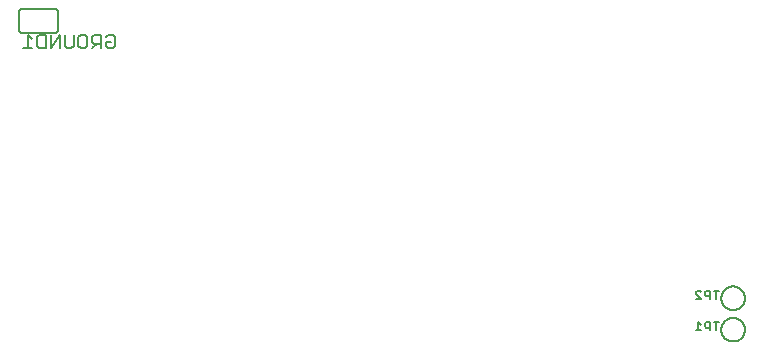
<source format=gbr>
G04 EAGLE Gerber RS-274X export*
G75*
%MOMM*%
%FSLAX34Y34*%
%LPD*%
%INSilkscreen Bottom*%
%IPPOS*%
%AMOC8*
5,1,8,0,0,1.08239X$1,22.5*%
G01*
%ADD10C,0.152400*%
%ADD11C,0.127000*%
%ADD12C,0.203200*%


D10*
X85090Y457200D02*
X57150Y457200D01*
X85090Y436880D02*
X85190Y436882D01*
X85289Y436888D01*
X85389Y436898D01*
X85487Y436911D01*
X85586Y436929D01*
X85683Y436950D01*
X85779Y436975D01*
X85875Y437004D01*
X85969Y437037D01*
X86062Y437073D01*
X86153Y437113D01*
X86243Y437157D01*
X86331Y437204D01*
X86417Y437254D01*
X86501Y437308D01*
X86583Y437365D01*
X86662Y437425D01*
X86740Y437489D01*
X86814Y437555D01*
X86886Y437624D01*
X86955Y437696D01*
X87021Y437770D01*
X87085Y437848D01*
X87145Y437927D01*
X87202Y438009D01*
X87256Y438093D01*
X87306Y438179D01*
X87353Y438267D01*
X87397Y438357D01*
X87437Y438448D01*
X87473Y438541D01*
X87506Y438635D01*
X87535Y438731D01*
X87560Y438827D01*
X87581Y438924D01*
X87599Y439023D01*
X87612Y439121D01*
X87622Y439221D01*
X87628Y439320D01*
X87630Y439420D01*
X57150Y436880D02*
X57050Y436882D01*
X56951Y436888D01*
X56851Y436898D01*
X56753Y436911D01*
X56654Y436929D01*
X56557Y436950D01*
X56461Y436975D01*
X56365Y437004D01*
X56271Y437037D01*
X56178Y437073D01*
X56087Y437113D01*
X55997Y437157D01*
X55909Y437204D01*
X55823Y437254D01*
X55739Y437308D01*
X55657Y437365D01*
X55578Y437425D01*
X55500Y437489D01*
X55426Y437555D01*
X55354Y437624D01*
X55285Y437696D01*
X55219Y437770D01*
X55155Y437848D01*
X55095Y437927D01*
X55038Y438009D01*
X54984Y438093D01*
X54934Y438179D01*
X54887Y438267D01*
X54843Y438357D01*
X54803Y438448D01*
X54767Y438541D01*
X54734Y438635D01*
X54705Y438731D01*
X54680Y438827D01*
X54659Y438924D01*
X54641Y439023D01*
X54628Y439121D01*
X54618Y439221D01*
X54612Y439320D01*
X54610Y439420D01*
X54610Y454660D02*
X54612Y454760D01*
X54618Y454859D01*
X54628Y454959D01*
X54641Y455057D01*
X54659Y455156D01*
X54680Y455253D01*
X54705Y455349D01*
X54734Y455445D01*
X54767Y455539D01*
X54803Y455632D01*
X54843Y455723D01*
X54887Y455813D01*
X54934Y455901D01*
X54984Y455987D01*
X55038Y456071D01*
X55095Y456153D01*
X55155Y456232D01*
X55219Y456310D01*
X55285Y456384D01*
X55354Y456456D01*
X55426Y456525D01*
X55500Y456591D01*
X55578Y456655D01*
X55657Y456715D01*
X55739Y456772D01*
X55823Y456826D01*
X55909Y456876D01*
X55997Y456923D01*
X56087Y456967D01*
X56178Y457007D01*
X56271Y457043D01*
X56365Y457076D01*
X56461Y457105D01*
X56557Y457130D01*
X56654Y457151D01*
X56753Y457169D01*
X56851Y457182D01*
X56951Y457192D01*
X57050Y457198D01*
X57150Y457200D01*
X85090Y457200D02*
X85190Y457198D01*
X85289Y457192D01*
X85389Y457182D01*
X85487Y457169D01*
X85586Y457151D01*
X85683Y457130D01*
X85779Y457105D01*
X85875Y457076D01*
X85969Y457043D01*
X86062Y457007D01*
X86153Y456967D01*
X86243Y456923D01*
X86331Y456876D01*
X86417Y456826D01*
X86501Y456772D01*
X86583Y456715D01*
X86662Y456655D01*
X86740Y456591D01*
X86814Y456525D01*
X86886Y456456D01*
X86955Y456384D01*
X87021Y456310D01*
X87085Y456232D01*
X87145Y456153D01*
X87202Y456071D01*
X87256Y455987D01*
X87306Y455901D01*
X87353Y455813D01*
X87397Y455723D01*
X87437Y455632D01*
X87473Y455539D01*
X87506Y455445D01*
X87535Y455349D01*
X87560Y455253D01*
X87581Y455156D01*
X87599Y455057D01*
X87612Y454959D01*
X87622Y454859D01*
X87628Y454760D01*
X87630Y454660D01*
X87630Y439420D01*
X54610Y439420D02*
X54610Y454660D01*
X57150Y436880D02*
X85090Y436880D01*
D11*
X128206Y433078D02*
X130113Y434985D01*
X133926Y434985D01*
X135833Y433078D01*
X135833Y425452D01*
X133926Y423545D01*
X130113Y423545D01*
X128206Y425452D01*
X128206Y429265D01*
X132020Y429265D01*
X124139Y423545D02*
X124139Y434985D01*
X118419Y434985D01*
X116512Y433078D01*
X116512Y429265D01*
X118419Y427358D01*
X124139Y427358D01*
X120326Y427358D02*
X116512Y423545D01*
X110538Y434985D02*
X106725Y434985D01*
X110538Y434985D02*
X112445Y433078D01*
X112445Y425452D01*
X110538Y423545D01*
X106725Y423545D01*
X104819Y425452D01*
X104819Y433078D01*
X106725Y434985D01*
X100751Y434985D02*
X100751Y425452D01*
X98844Y423545D01*
X95031Y423545D01*
X93125Y425452D01*
X93125Y434985D01*
X89057Y434985D02*
X89057Y423545D01*
X81431Y423545D02*
X89057Y434985D01*
X81431Y434985D02*
X81431Y423545D01*
X77363Y423545D02*
X77363Y434985D01*
X77363Y423545D02*
X71643Y423545D01*
X69737Y425452D01*
X69737Y433078D01*
X71643Y434985D01*
X77363Y434985D01*
X65669Y431172D02*
X61856Y434985D01*
X61856Y423545D01*
X65669Y423545D02*
X58043Y423545D01*
D12*
X649130Y185420D02*
X649133Y185665D01*
X649142Y185911D01*
X649157Y186156D01*
X649178Y186400D01*
X649205Y186644D01*
X649238Y186887D01*
X649277Y187130D01*
X649322Y187371D01*
X649373Y187611D01*
X649430Y187850D01*
X649492Y188087D01*
X649561Y188323D01*
X649635Y188557D01*
X649715Y188789D01*
X649800Y189019D01*
X649891Y189247D01*
X649988Y189472D01*
X650090Y189696D01*
X650198Y189916D01*
X650311Y190134D01*
X650429Y190349D01*
X650553Y190561D01*
X650681Y190770D01*
X650815Y190976D01*
X650954Y191178D01*
X651098Y191377D01*
X651247Y191572D01*
X651400Y191764D01*
X651558Y191952D01*
X651720Y192136D01*
X651888Y192315D01*
X652059Y192491D01*
X652235Y192662D01*
X652414Y192830D01*
X652598Y192992D01*
X652786Y193150D01*
X652978Y193303D01*
X653173Y193452D01*
X653372Y193596D01*
X653574Y193735D01*
X653780Y193869D01*
X653989Y193997D01*
X654201Y194121D01*
X654416Y194239D01*
X654634Y194352D01*
X654854Y194460D01*
X655078Y194562D01*
X655303Y194659D01*
X655531Y194750D01*
X655761Y194835D01*
X655993Y194915D01*
X656227Y194989D01*
X656463Y195058D01*
X656700Y195120D01*
X656939Y195177D01*
X657179Y195228D01*
X657420Y195273D01*
X657663Y195312D01*
X657906Y195345D01*
X658150Y195372D01*
X658394Y195393D01*
X658639Y195408D01*
X658885Y195417D01*
X659130Y195420D01*
X659375Y195417D01*
X659621Y195408D01*
X659866Y195393D01*
X660110Y195372D01*
X660354Y195345D01*
X660597Y195312D01*
X660840Y195273D01*
X661081Y195228D01*
X661321Y195177D01*
X661560Y195120D01*
X661797Y195058D01*
X662033Y194989D01*
X662267Y194915D01*
X662499Y194835D01*
X662729Y194750D01*
X662957Y194659D01*
X663182Y194562D01*
X663406Y194460D01*
X663626Y194352D01*
X663844Y194239D01*
X664059Y194121D01*
X664271Y193997D01*
X664480Y193869D01*
X664686Y193735D01*
X664888Y193596D01*
X665087Y193452D01*
X665282Y193303D01*
X665474Y193150D01*
X665662Y192992D01*
X665846Y192830D01*
X666025Y192662D01*
X666201Y192491D01*
X666372Y192315D01*
X666540Y192136D01*
X666702Y191952D01*
X666860Y191764D01*
X667013Y191572D01*
X667162Y191377D01*
X667306Y191178D01*
X667445Y190976D01*
X667579Y190770D01*
X667707Y190561D01*
X667831Y190349D01*
X667949Y190134D01*
X668062Y189916D01*
X668170Y189696D01*
X668272Y189472D01*
X668369Y189247D01*
X668460Y189019D01*
X668545Y188789D01*
X668625Y188557D01*
X668699Y188323D01*
X668768Y188087D01*
X668830Y187850D01*
X668887Y187611D01*
X668938Y187371D01*
X668983Y187130D01*
X669022Y186887D01*
X669055Y186644D01*
X669082Y186400D01*
X669103Y186156D01*
X669118Y185911D01*
X669127Y185665D01*
X669130Y185420D01*
X669127Y185175D01*
X669118Y184929D01*
X669103Y184684D01*
X669082Y184440D01*
X669055Y184196D01*
X669022Y183953D01*
X668983Y183710D01*
X668938Y183469D01*
X668887Y183229D01*
X668830Y182990D01*
X668768Y182753D01*
X668699Y182517D01*
X668625Y182283D01*
X668545Y182051D01*
X668460Y181821D01*
X668369Y181593D01*
X668272Y181368D01*
X668170Y181144D01*
X668062Y180924D01*
X667949Y180706D01*
X667831Y180491D01*
X667707Y180279D01*
X667579Y180070D01*
X667445Y179864D01*
X667306Y179662D01*
X667162Y179463D01*
X667013Y179268D01*
X666860Y179076D01*
X666702Y178888D01*
X666540Y178704D01*
X666372Y178525D01*
X666201Y178349D01*
X666025Y178178D01*
X665846Y178010D01*
X665662Y177848D01*
X665474Y177690D01*
X665282Y177537D01*
X665087Y177388D01*
X664888Y177244D01*
X664686Y177105D01*
X664480Y176971D01*
X664271Y176843D01*
X664059Y176719D01*
X663844Y176601D01*
X663626Y176488D01*
X663406Y176380D01*
X663182Y176278D01*
X662957Y176181D01*
X662729Y176090D01*
X662499Y176005D01*
X662267Y175925D01*
X662033Y175851D01*
X661797Y175782D01*
X661560Y175720D01*
X661321Y175663D01*
X661081Y175612D01*
X660840Y175567D01*
X660597Y175528D01*
X660354Y175495D01*
X660110Y175468D01*
X659866Y175447D01*
X659621Y175432D01*
X659375Y175423D01*
X659130Y175420D01*
X658885Y175423D01*
X658639Y175432D01*
X658394Y175447D01*
X658150Y175468D01*
X657906Y175495D01*
X657663Y175528D01*
X657420Y175567D01*
X657179Y175612D01*
X656939Y175663D01*
X656700Y175720D01*
X656463Y175782D01*
X656227Y175851D01*
X655993Y175925D01*
X655761Y176005D01*
X655531Y176090D01*
X655303Y176181D01*
X655078Y176278D01*
X654854Y176380D01*
X654634Y176488D01*
X654416Y176601D01*
X654201Y176719D01*
X653989Y176843D01*
X653780Y176971D01*
X653574Y177105D01*
X653372Y177244D01*
X653173Y177388D01*
X652978Y177537D01*
X652786Y177690D01*
X652598Y177848D01*
X652414Y178010D01*
X652235Y178178D01*
X652059Y178349D01*
X651888Y178525D01*
X651720Y178704D01*
X651558Y178888D01*
X651400Y179076D01*
X651247Y179268D01*
X651098Y179463D01*
X650954Y179662D01*
X650815Y179864D01*
X650681Y180070D01*
X650553Y180279D01*
X650429Y180491D01*
X650311Y180706D01*
X650198Y180924D01*
X650090Y181144D01*
X649988Y181368D01*
X649891Y181593D01*
X649800Y181821D01*
X649715Y182051D01*
X649635Y182283D01*
X649561Y182517D01*
X649492Y182753D01*
X649430Y182990D01*
X649373Y183229D01*
X649322Y183469D01*
X649277Y183710D01*
X649238Y183953D01*
X649205Y184196D01*
X649178Y184440D01*
X649157Y184684D01*
X649142Y184929D01*
X649133Y185175D01*
X649130Y185420D01*
D10*
X644735Y184912D02*
X644735Y191522D01*
X646938Y191522D02*
X642532Y191522D01*
X639454Y191522D02*
X639454Y184912D01*
X639454Y191522D02*
X636149Y191522D01*
X635047Y190420D01*
X635047Y188217D01*
X636149Y187115D01*
X639454Y187115D01*
X631970Y189318D02*
X629767Y191522D01*
X629767Y184912D01*
X631970Y184912D02*
X627563Y184912D01*
D12*
X649130Y212090D02*
X649133Y212335D01*
X649142Y212581D01*
X649157Y212826D01*
X649178Y213070D01*
X649205Y213314D01*
X649238Y213557D01*
X649277Y213800D01*
X649322Y214041D01*
X649373Y214281D01*
X649430Y214520D01*
X649492Y214757D01*
X649561Y214993D01*
X649635Y215227D01*
X649715Y215459D01*
X649800Y215689D01*
X649891Y215917D01*
X649988Y216142D01*
X650090Y216366D01*
X650198Y216586D01*
X650311Y216804D01*
X650429Y217019D01*
X650553Y217231D01*
X650681Y217440D01*
X650815Y217646D01*
X650954Y217848D01*
X651098Y218047D01*
X651247Y218242D01*
X651400Y218434D01*
X651558Y218622D01*
X651720Y218806D01*
X651888Y218985D01*
X652059Y219161D01*
X652235Y219332D01*
X652414Y219500D01*
X652598Y219662D01*
X652786Y219820D01*
X652978Y219973D01*
X653173Y220122D01*
X653372Y220266D01*
X653574Y220405D01*
X653780Y220539D01*
X653989Y220667D01*
X654201Y220791D01*
X654416Y220909D01*
X654634Y221022D01*
X654854Y221130D01*
X655078Y221232D01*
X655303Y221329D01*
X655531Y221420D01*
X655761Y221505D01*
X655993Y221585D01*
X656227Y221659D01*
X656463Y221728D01*
X656700Y221790D01*
X656939Y221847D01*
X657179Y221898D01*
X657420Y221943D01*
X657663Y221982D01*
X657906Y222015D01*
X658150Y222042D01*
X658394Y222063D01*
X658639Y222078D01*
X658885Y222087D01*
X659130Y222090D01*
X659375Y222087D01*
X659621Y222078D01*
X659866Y222063D01*
X660110Y222042D01*
X660354Y222015D01*
X660597Y221982D01*
X660840Y221943D01*
X661081Y221898D01*
X661321Y221847D01*
X661560Y221790D01*
X661797Y221728D01*
X662033Y221659D01*
X662267Y221585D01*
X662499Y221505D01*
X662729Y221420D01*
X662957Y221329D01*
X663182Y221232D01*
X663406Y221130D01*
X663626Y221022D01*
X663844Y220909D01*
X664059Y220791D01*
X664271Y220667D01*
X664480Y220539D01*
X664686Y220405D01*
X664888Y220266D01*
X665087Y220122D01*
X665282Y219973D01*
X665474Y219820D01*
X665662Y219662D01*
X665846Y219500D01*
X666025Y219332D01*
X666201Y219161D01*
X666372Y218985D01*
X666540Y218806D01*
X666702Y218622D01*
X666860Y218434D01*
X667013Y218242D01*
X667162Y218047D01*
X667306Y217848D01*
X667445Y217646D01*
X667579Y217440D01*
X667707Y217231D01*
X667831Y217019D01*
X667949Y216804D01*
X668062Y216586D01*
X668170Y216366D01*
X668272Y216142D01*
X668369Y215917D01*
X668460Y215689D01*
X668545Y215459D01*
X668625Y215227D01*
X668699Y214993D01*
X668768Y214757D01*
X668830Y214520D01*
X668887Y214281D01*
X668938Y214041D01*
X668983Y213800D01*
X669022Y213557D01*
X669055Y213314D01*
X669082Y213070D01*
X669103Y212826D01*
X669118Y212581D01*
X669127Y212335D01*
X669130Y212090D01*
X669127Y211845D01*
X669118Y211599D01*
X669103Y211354D01*
X669082Y211110D01*
X669055Y210866D01*
X669022Y210623D01*
X668983Y210380D01*
X668938Y210139D01*
X668887Y209899D01*
X668830Y209660D01*
X668768Y209423D01*
X668699Y209187D01*
X668625Y208953D01*
X668545Y208721D01*
X668460Y208491D01*
X668369Y208263D01*
X668272Y208038D01*
X668170Y207814D01*
X668062Y207594D01*
X667949Y207376D01*
X667831Y207161D01*
X667707Y206949D01*
X667579Y206740D01*
X667445Y206534D01*
X667306Y206332D01*
X667162Y206133D01*
X667013Y205938D01*
X666860Y205746D01*
X666702Y205558D01*
X666540Y205374D01*
X666372Y205195D01*
X666201Y205019D01*
X666025Y204848D01*
X665846Y204680D01*
X665662Y204518D01*
X665474Y204360D01*
X665282Y204207D01*
X665087Y204058D01*
X664888Y203914D01*
X664686Y203775D01*
X664480Y203641D01*
X664271Y203513D01*
X664059Y203389D01*
X663844Y203271D01*
X663626Y203158D01*
X663406Y203050D01*
X663182Y202948D01*
X662957Y202851D01*
X662729Y202760D01*
X662499Y202675D01*
X662267Y202595D01*
X662033Y202521D01*
X661797Y202452D01*
X661560Y202390D01*
X661321Y202333D01*
X661081Y202282D01*
X660840Y202237D01*
X660597Y202198D01*
X660354Y202165D01*
X660110Y202138D01*
X659866Y202117D01*
X659621Y202102D01*
X659375Y202093D01*
X659130Y202090D01*
X658885Y202093D01*
X658639Y202102D01*
X658394Y202117D01*
X658150Y202138D01*
X657906Y202165D01*
X657663Y202198D01*
X657420Y202237D01*
X657179Y202282D01*
X656939Y202333D01*
X656700Y202390D01*
X656463Y202452D01*
X656227Y202521D01*
X655993Y202595D01*
X655761Y202675D01*
X655531Y202760D01*
X655303Y202851D01*
X655078Y202948D01*
X654854Y203050D01*
X654634Y203158D01*
X654416Y203271D01*
X654201Y203389D01*
X653989Y203513D01*
X653780Y203641D01*
X653574Y203775D01*
X653372Y203914D01*
X653173Y204058D01*
X652978Y204207D01*
X652786Y204360D01*
X652598Y204518D01*
X652414Y204680D01*
X652235Y204848D01*
X652059Y205019D01*
X651888Y205195D01*
X651720Y205374D01*
X651558Y205558D01*
X651400Y205746D01*
X651247Y205938D01*
X651098Y206133D01*
X650954Y206332D01*
X650815Y206534D01*
X650681Y206740D01*
X650553Y206949D01*
X650429Y207161D01*
X650311Y207376D01*
X650198Y207594D01*
X650090Y207814D01*
X649988Y208038D01*
X649891Y208263D01*
X649800Y208491D01*
X649715Y208721D01*
X649635Y208953D01*
X649561Y209187D01*
X649492Y209423D01*
X649430Y209660D01*
X649373Y209899D01*
X649322Y210139D01*
X649277Y210380D01*
X649238Y210623D01*
X649205Y210866D01*
X649178Y211110D01*
X649157Y211354D01*
X649142Y211599D01*
X649133Y211845D01*
X649130Y212090D01*
D10*
X644735Y211582D02*
X644735Y218192D01*
X646938Y218192D02*
X642532Y218192D01*
X639454Y218192D02*
X639454Y211582D01*
X639454Y218192D02*
X636149Y218192D01*
X635047Y217090D01*
X635047Y214887D01*
X636149Y213785D01*
X639454Y213785D01*
X631970Y211582D02*
X627563Y211582D01*
X627563Y215988D02*
X631970Y211582D01*
X627563Y215988D02*
X627563Y217090D01*
X628665Y218192D01*
X630868Y218192D01*
X631970Y217090D01*
M02*

</source>
